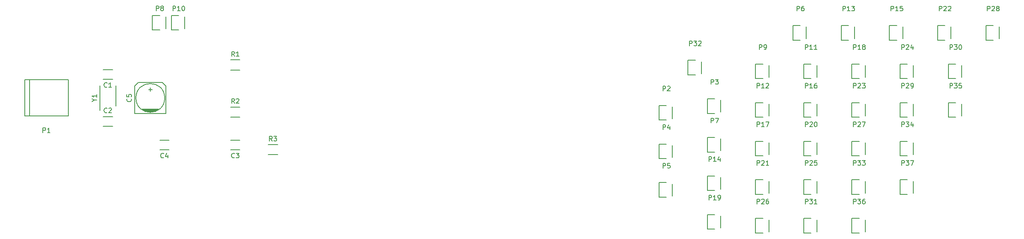
<source format=gbr>
G04 #@! TF.FileFunction,Legend,Top*
%FSLAX46Y46*%
G04 Gerber Fmt 4.6, Leading zero omitted, Abs format (unit mm)*
G04 Created by KiCad (PCBNEW 4.0.2+dfsg1-2~bpo8+1-stable) date jue 22 dic 2016 23:09:18 COT*
%MOMM*%
G01*
G04 APERTURE LIST*
%ADD10C,0.100000*%
%ADD11C,0.150000*%
G04 APERTURE END LIST*
D10*
D11*
X81000000Y-56025000D02*
X83000000Y-56025000D01*
X83000000Y-53975000D02*
X81000000Y-53975000D01*
X83000000Y-63975000D02*
X81000000Y-63975000D01*
X81000000Y-66025000D02*
X83000000Y-66025000D01*
X108000000Y-71025000D02*
X110000000Y-71025000D01*
X110000000Y-68975000D02*
X108000000Y-68975000D01*
X93000000Y-71025000D02*
X95000000Y-71025000D01*
X95000000Y-68975000D02*
X93000000Y-68975000D01*
X90238000Y-62921000D02*
X91762000Y-62921000D01*
X92143000Y-62794000D02*
X89857000Y-62794000D01*
X89603000Y-62667000D02*
X92397000Y-62667000D01*
X92651000Y-62540000D02*
X89349000Y-62540000D01*
X89222000Y-62413000D02*
X92778000Y-62413000D01*
X87698000Y-63302000D02*
X94302000Y-63302000D01*
X94302000Y-63302000D02*
X94302000Y-57460000D01*
X94302000Y-57460000D02*
X93540000Y-56698000D01*
X93540000Y-56698000D02*
X88460000Y-56698000D01*
X88460000Y-56698000D02*
X87698000Y-57460000D01*
X87698000Y-57460000D02*
X87698000Y-63302000D01*
X91000000Y-57841000D02*
X91000000Y-58603000D01*
X90619000Y-58222000D02*
X91381000Y-58222000D01*
X94048000Y-60000000D02*
G75*
G03X94048000Y-60000000I-3048000J0D01*
G01*
X65400820Y-56149360D02*
X65400820Y-63850640D01*
X64400060Y-56149360D02*
X64400060Y-63850640D01*
X64400060Y-63850640D02*
X73599940Y-63850640D01*
X73599940Y-63850640D02*
X73599940Y-56149360D01*
X73599940Y-56149360D02*
X64400060Y-56149360D01*
X201603334Y-64419999D02*
X201603334Y-61879999D01*
X198783334Y-61599999D02*
X200333334Y-61599999D01*
X198783334Y-61599999D02*
X198783334Y-64699999D01*
X198783334Y-64699999D02*
X200333334Y-64699999D01*
X211813334Y-63009999D02*
X211813334Y-60469999D01*
X208993334Y-60189999D02*
X210543334Y-60189999D01*
X208993334Y-60189999D02*
X208993334Y-63289999D01*
X208993334Y-63289999D02*
X210543334Y-63289999D01*
X201603334Y-72619999D02*
X201603334Y-70079999D01*
X198783334Y-69799999D02*
X200333334Y-69799999D01*
X198783334Y-69799999D02*
X198783334Y-72899999D01*
X198783334Y-72899999D02*
X200333334Y-72899999D01*
X201603334Y-80819999D02*
X201603334Y-78279999D01*
X198783334Y-77999999D02*
X200333334Y-77999999D01*
X198783334Y-77999999D02*
X198783334Y-81099999D01*
X198783334Y-81099999D02*
X200333334Y-81099999D01*
X229973334Y-47419999D02*
X229973334Y-44879999D01*
X227153334Y-44599999D02*
X228703334Y-44599999D01*
X227153334Y-44599999D02*
X227153334Y-47699999D01*
X227153334Y-47699999D02*
X228703334Y-47699999D01*
X211813334Y-71209999D02*
X211813334Y-68669999D01*
X208993334Y-68389999D02*
X210543334Y-68389999D01*
X208993334Y-68389999D02*
X208993334Y-71489999D01*
X208993334Y-71489999D02*
X210543334Y-71489999D01*
X94270000Y-45270000D02*
X94270000Y-42730000D01*
X91450000Y-42450000D02*
X93000000Y-42450000D01*
X91450000Y-42450000D02*
X91450000Y-45550000D01*
X91450000Y-45550000D02*
X93000000Y-45550000D01*
X222023334Y-55619999D02*
X222023334Y-53079999D01*
X219203334Y-52799999D02*
X220753334Y-52799999D01*
X219203334Y-52799999D02*
X219203334Y-55899999D01*
X219203334Y-55899999D02*
X220753334Y-55899999D01*
X98270000Y-45270000D02*
X98270000Y-42730000D01*
X95450000Y-42450000D02*
X97000000Y-42450000D01*
X95450000Y-42450000D02*
X95450000Y-45550000D01*
X95450000Y-45550000D02*
X97000000Y-45550000D01*
X232233334Y-55619999D02*
X232233334Y-53079999D01*
X229413334Y-52799999D02*
X230963334Y-52799999D01*
X229413334Y-52799999D02*
X229413334Y-55899999D01*
X229413334Y-55899999D02*
X230963334Y-55899999D01*
X222023334Y-63819999D02*
X222023334Y-61279999D01*
X219203334Y-60999999D02*
X220753334Y-60999999D01*
X219203334Y-60999999D02*
X219203334Y-64099999D01*
X219203334Y-64099999D02*
X220753334Y-64099999D01*
X240183334Y-47419999D02*
X240183334Y-44879999D01*
X237363334Y-44599999D02*
X238913334Y-44599999D01*
X237363334Y-44599999D02*
X237363334Y-47699999D01*
X237363334Y-47699999D02*
X238913334Y-47699999D01*
X211813334Y-79409999D02*
X211813334Y-76869999D01*
X208993334Y-76589999D02*
X210543334Y-76589999D01*
X208993334Y-76589999D02*
X208993334Y-79689999D01*
X208993334Y-79689999D02*
X210543334Y-79689999D01*
X250393334Y-47419999D02*
X250393334Y-44879999D01*
X247573334Y-44599999D02*
X249123334Y-44599999D01*
X247573334Y-44599999D02*
X247573334Y-47699999D01*
X247573334Y-47699999D02*
X249123334Y-47699999D01*
X232233334Y-63819999D02*
X232233334Y-61279999D01*
X229413334Y-60999999D02*
X230963334Y-60999999D01*
X229413334Y-60999999D02*
X229413334Y-64099999D01*
X229413334Y-64099999D02*
X230963334Y-64099999D01*
X222023334Y-72019999D02*
X222023334Y-69479999D01*
X219203334Y-69199999D02*
X220753334Y-69199999D01*
X219203334Y-69199999D02*
X219203334Y-72299999D01*
X219203334Y-72299999D02*
X220753334Y-72299999D01*
X242443334Y-55619999D02*
X242443334Y-53079999D01*
X239623334Y-52799999D02*
X241173334Y-52799999D01*
X239623334Y-52799999D02*
X239623334Y-55899999D01*
X239623334Y-55899999D02*
X241173334Y-55899999D01*
X211813334Y-87609999D02*
X211813334Y-85069999D01*
X208993334Y-84789999D02*
X210543334Y-84789999D01*
X208993334Y-84789999D02*
X208993334Y-87889999D01*
X208993334Y-87889999D02*
X210543334Y-87889999D01*
X232233334Y-72019999D02*
X232233334Y-69479999D01*
X229413334Y-69199999D02*
X230963334Y-69199999D01*
X229413334Y-69199999D02*
X229413334Y-72299999D01*
X229413334Y-72299999D02*
X230963334Y-72299999D01*
X222023334Y-80219999D02*
X222023334Y-77679999D01*
X219203334Y-77399999D02*
X220753334Y-77399999D01*
X219203334Y-77399999D02*
X219203334Y-80499999D01*
X219203334Y-80499999D02*
X220753334Y-80499999D01*
X260603334Y-47419999D02*
X260603334Y-44879999D01*
X257783334Y-44599999D02*
X259333334Y-44599999D01*
X257783334Y-44599999D02*
X257783334Y-47699999D01*
X257783334Y-47699999D02*
X259333334Y-47699999D01*
X242443334Y-63819999D02*
X242443334Y-61279999D01*
X239623334Y-60999999D02*
X241173334Y-60999999D01*
X239623334Y-60999999D02*
X239623334Y-64099999D01*
X239623334Y-64099999D02*
X241173334Y-64099999D01*
X252653334Y-55619999D02*
X252653334Y-53079999D01*
X249833334Y-52799999D02*
X251383334Y-52799999D01*
X249833334Y-52799999D02*
X249833334Y-55899999D01*
X249833334Y-55899999D02*
X251383334Y-55899999D01*
X232233334Y-80219999D02*
X232233334Y-77679999D01*
X229413334Y-77399999D02*
X230963334Y-77399999D01*
X229413334Y-77399999D02*
X229413334Y-80499999D01*
X229413334Y-80499999D02*
X230963334Y-80499999D01*
X222023334Y-88419999D02*
X222023334Y-85879999D01*
X219203334Y-85599999D02*
X220753334Y-85599999D01*
X219203334Y-85599999D02*
X219203334Y-88699999D01*
X219203334Y-88699999D02*
X220753334Y-88699999D01*
X242443334Y-72019999D02*
X242443334Y-69479999D01*
X239623334Y-69199999D02*
X241173334Y-69199999D01*
X239623334Y-69199999D02*
X239623334Y-72299999D01*
X239623334Y-72299999D02*
X241173334Y-72299999D01*
X270813334Y-47419999D02*
X270813334Y-44879999D01*
X267993334Y-44599999D02*
X269543334Y-44599999D01*
X267993334Y-44599999D02*
X267993334Y-47699999D01*
X267993334Y-47699999D02*
X269543334Y-47699999D01*
X252653334Y-63819999D02*
X252653334Y-61279999D01*
X249833334Y-60999999D02*
X251383334Y-60999999D01*
X249833334Y-60999999D02*
X249833334Y-64099999D01*
X249833334Y-64099999D02*
X251383334Y-64099999D01*
X262863334Y-55619999D02*
X262863334Y-53079999D01*
X260043334Y-52799999D02*
X261593334Y-52799999D01*
X260043334Y-52799999D02*
X260043334Y-55899999D01*
X260043334Y-55899999D02*
X261593334Y-55899999D01*
X232233334Y-88419999D02*
X232233334Y-85879999D01*
X229413334Y-85599999D02*
X230963334Y-85599999D01*
X229413334Y-85599999D02*
X229413334Y-88699999D01*
X229413334Y-88699999D02*
X230963334Y-88699999D01*
X207713334Y-54809999D02*
X207713334Y-52269999D01*
X204893334Y-51989999D02*
X206443334Y-51989999D01*
X204893334Y-51989999D02*
X204893334Y-55089999D01*
X204893334Y-55089999D02*
X206443334Y-55089999D01*
X242443334Y-80219999D02*
X242443334Y-77679999D01*
X239623334Y-77399999D02*
X241173334Y-77399999D01*
X239623334Y-77399999D02*
X239623334Y-80499999D01*
X239623334Y-80499999D02*
X241173334Y-80499999D01*
X252653334Y-72019999D02*
X252653334Y-69479999D01*
X249833334Y-69199999D02*
X251383334Y-69199999D01*
X249833334Y-69199999D02*
X249833334Y-72299999D01*
X249833334Y-72299999D02*
X251383334Y-72299999D01*
X262863334Y-63819999D02*
X262863334Y-61279999D01*
X260043334Y-60999999D02*
X261593334Y-60999999D01*
X260043334Y-60999999D02*
X260043334Y-64099999D01*
X260043334Y-64099999D02*
X261593334Y-64099999D01*
X242443334Y-88419999D02*
X242443334Y-85879999D01*
X239623334Y-85599999D02*
X241173334Y-85599999D01*
X239623334Y-85599999D02*
X239623334Y-88699999D01*
X239623334Y-88699999D02*
X241173334Y-88699999D01*
X252653334Y-80219999D02*
X252653334Y-77679999D01*
X249833334Y-77399999D02*
X251383334Y-77399999D01*
X249833334Y-77399999D02*
X249833334Y-80499999D01*
X249833334Y-80499999D02*
X251383334Y-80499999D01*
X110000000Y-54075000D02*
X108000000Y-54075000D01*
X108000000Y-51925000D02*
X110000000Y-51925000D01*
X110000000Y-64075000D02*
X108000000Y-64075000D01*
X108000000Y-61925000D02*
X110000000Y-61925000D01*
X118000000Y-72075000D02*
X116000000Y-72075000D01*
X116000000Y-69925000D02*
X118000000Y-69925000D01*
X83700000Y-57400000D02*
X83700000Y-61700000D01*
X80300000Y-62650000D02*
X80300000Y-57400000D01*
X81833334Y-57657143D02*
X81785715Y-57704762D01*
X81642858Y-57752381D01*
X81547620Y-57752381D01*
X81404762Y-57704762D01*
X81309524Y-57609524D01*
X81261905Y-57514286D01*
X81214286Y-57323810D01*
X81214286Y-57180952D01*
X81261905Y-56990476D01*
X81309524Y-56895238D01*
X81404762Y-56800000D01*
X81547620Y-56752381D01*
X81642858Y-56752381D01*
X81785715Y-56800000D01*
X81833334Y-56847619D01*
X82785715Y-57752381D02*
X82214286Y-57752381D01*
X82500000Y-57752381D02*
X82500000Y-56752381D01*
X82404762Y-56895238D01*
X82309524Y-56990476D01*
X82214286Y-57038095D01*
X81833334Y-63057143D02*
X81785715Y-63104762D01*
X81642858Y-63152381D01*
X81547620Y-63152381D01*
X81404762Y-63104762D01*
X81309524Y-63009524D01*
X81261905Y-62914286D01*
X81214286Y-62723810D01*
X81214286Y-62580952D01*
X81261905Y-62390476D01*
X81309524Y-62295238D01*
X81404762Y-62200000D01*
X81547620Y-62152381D01*
X81642858Y-62152381D01*
X81785715Y-62200000D01*
X81833334Y-62247619D01*
X82214286Y-62247619D02*
X82261905Y-62200000D01*
X82357143Y-62152381D01*
X82595239Y-62152381D01*
X82690477Y-62200000D01*
X82738096Y-62247619D01*
X82785715Y-62342857D01*
X82785715Y-62438095D01*
X82738096Y-62580952D01*
X82166667Y-63152381D01*
X82785715Y-63152381D01*
X108833334Y-72657143D02*
X108785715Y-72704762D01*
X108642858Y-72752381D01*
X108547620Y-72752381D01*
X108404762Y-72704762D01*
X108309524Y-72609524D01*
X108261905Y-72514286D01*
X108214286Y-72323810D01*
X108214286Y-72180952D01*
X108261905Y-71990476D01*
X108309524Y-71895238D01*
X108404762Y-71800000D01*
X108547620Y-71752381D01*
X108642858Y-71752381D01*
X108785715Y-71800000D01*
X108833334Y-71847619D01*
X109166667Y-71752381D02*
X109785715Y-71752381D01*
X109452381Y-72133333D01*
X109595239Y-72133333D01*
X109690477Y-72180952D01*
X109738096Y-72228571D01*
X109785715Y-72323810D01*
X109785715Y-72561905D01*
X109738096Y-72657143D01*
X109690477Y-72704762D01*
X109595239Y-72752381D01*
X109309524Y-72752381D01*
X109214286Y-72704762D01*
X109166667Y-72657143D01*
X93833334Y-72657143D02*
X93785715Y-72704762D01*
X93642858Y-72752381D01*
X93547620Y-72752381D01*
X93404762Y-72704762D01*
X93309524Y-72609524D01*
X93261905Y-72514286D01*
X93214286Y-72323810D01*
X93214286Y-72180952D01*
X93261905Y-71990476D01*
X93309524Y-71895238D01*
X93404762Y-71800000D01*
X93547620Y-71752381D01*
X93642858Y-71752381D01*
X93785715Y-71800000D01*
X93833334Y-71847619D01*
X94690477Y-72085714D02*
X94690477Y-72752381D01*
X94452381Y-71704762D02*
X94214286Y-72419048D01*
X94833334Y-72419048D01*
X86912143Y-60166666D02*
X86959762Y-60214285D01*
X87007381Y-60357142D01*
X87007381Y-60452380D01*
X86959762Y-60595238D01*
X86864524Y-60690476D01*
X86769286Y-60738095D01*
X86578810Y-60785714D01*
X86435952Y-60785714D01*
X86245476Y-60738095D01*
X86150238Y-60690476D01*
X86055000Y-60595238D01*
X86007381Y-60452380D01*
X86007381Y-60357142D01*
X86055000Y-60214285D01*
X86102619Y-60166666D01*
X86007381Y-59261904D02*
X86007381Y-59738095D01*
X86483571Y-59785714D01*
X86435952Y-59738095D01*
X86388333Y-59642857D01*
X86388333Y-59404761D01*
X86435952Y-59309523D01*
X86483571Y-59261904D01*
X86578810Y-59214285D01*
X86816905Y-59214285D01*
X86912143Y-59261904D01*
X86959762Y-59309523D01*
X87007381Y-59404761D01*
X87007381Y-59642857D01*
X86959762Y-59738095D01*
X86912143Y-59785714D01*
X68261905Y-67353561D02*
X68261905Y-66353561D01*
X68642858Y-66353561D01*
X68738096Y-66401180D01*
X68785715Y-66448799D01*
X68833334Y-66544037D01*
X68833334Y-66686894D01*
X68785715Y-66782132D01*
X68738096Y-66829751D01*
X68642858Y-66877370D01*
X68261905Y-66877370D01*
X69785715Y-67353561D02*
X69214286Y-67353561D01*
X69500000Y-67353561D02*
X69500000Y-66353561D01*
X69404762Y-66496418D01*
X69309524Y-66591656D01*
X69214286Y-66639275D01*
X199595239Y-58502380D02*
X199595239Y-57502380D01*
X199976192Y-57502380D01*
X200071430Y-57549999D01*
X200119049Y-57597618D01*
X200166668Y-57692856D01*
X200166668Y-57835713D01*
X200119049Y-57930951D01*
X200071430Y-57978570D01*
X199976192Y-58026189D01*
X199595239Y-58026189D01*
X200547620Y-57597618D02*
X200595239Y-57549999D01*
X200690477Y-57502380D01*
X200928573Y-57502380D01*
X201023811Y-57549999D01*
X201071430Y-57597618D01*
X201119049Y-57692856D01*
X201119049Y-57788094D01*
X201071430Y-57930951D01*
X200500001Y-58502380D01*
X201119049Y-58502380D01*
X209805239Y-57092380D02*
X209805239Y-56092380D01*
X210186192Y-56092380D01*
X210281430Y-56139999D01*
X210329049Y-56187618D01*
X210376668Y-56282856D01*
X210376668Y-56425713D01*
X210329049Y-56520951D01*
X210281430Y-56568570D01*
X210186192Y-56616189D01*
X209805239Y-56616189D01*
X210710001Y-56092380D02*
X211329049Y-56092380D01*
X210995715Y-56473332D01*
X211138573Y-56473332D01*
X211233811Y-56520951D01*
X211281430Y-56568570D01*
X211329049Y-56663809D01*
X211329049Y-56901904D01*
X211281430Y-56997142D01*
X211233811Y-57044761D01*
X211138573Y-57092380D01*
X210852858Y-57092380D01*
X210757620Y-57044761D01*
X210710001Y-56997142D01*
X199595239Y-66702380D02*
X199595239Y-65702380D01*
X199976192Y-65702380D01*
X200071430Y-65749999D01*
X200119049Y-65797618D01*
X200166668Y-65892856D01*
X200166668Y-66035713D01*
X200119049Y-66130951D01*
X200071430Y-66178570D01*
X199976192Y-66226189D01*
X199595239Y-66226189D01*
X201023811Y-66035713D02*
X201023811Y-66702380D01*
X200785715Y-65654761D02*
X200547620Y-66369047D01*
X201166668Y-66369047D01*
X199595239Y-74902380D02*
X199595239Y-73902380D01*
X199976192Y-73902380D01*
X200071430Y-73949999D01*
X200119049Y-73997618D01*
X200166668Y-74092856D01*
X200166668Y-74235713D01*
X200119049Y-74330951D01*
X200071430Y-74378570D01*
X199976192Y-74426189D01*
X199595239Y-74426189D01*
X201071430Y-73902380D02*
X200595239Y-73902380D01*
X200547620Y-74378570D01*
X200595239Y-74330951D01*
X200690477Y-74283332D01*
X200928573Y-74283332D01*
X201023811Y-74330951D01*
X201071430Y-74378570D01*
X201119049Y-74473809D01*
X201119049Y-74711904D01*
X201071430Y-74807142D01*
X201023811Y-74854761D01*
X200928573Y-74902380D01*
X200690477Y-74902380D01*
X200595239Y-74854761D01*
X200547620Y-74807142D01*
X227965239Y-41502380D02*
X227965239Y-40502380D01*
X228346192Y-40502380D01*
X228441430Y-40549999D01*
X228489049Y-40597618D01*
X228536668Y-40692856D01*
X228536668Y-40835713D01*
X228489049Y-40930951D01*
X228441430Y-40978570D01*
X228346192Y-41026189D01*
X227965239Y-41026189D01*
X229393811Y-40502380D02*
X229203334Y-40502380D01*
X229108096Y-40549999D01*
X229060477Y-40597618D01*
X228965239Y-40740475D01*
X228917620Y-40930951D01*
X228917620Y-41311904D01*
X228965239Y-41407142D01*
X229012858Y-41454761D01*
X229108096Y-41502380D01*
X229298573Y-41502380D01*
X229393811Y-41454761D01*
X229441430Y-41407142D01*
X229489049Y-41311904D01*
X229489049Y-41073809D01*
X229441430Y-40978570D01*
X229393811Y-40930951D01*
X229298573Y-40883332D01*
X229108096Y-40883332D01*
X229012858Y-40930951D01*
X228965239Y-40978570D01*
X228917620Y-41073809D01*
X209805239Y-65292380D02*
X209805239Y-64292380D01*
X210186192Y-64292380D01*
X210281430Y-64339999D01*
X210329049Y-64387618D01*
X210376668Y-64482856D01*
X210376668Y-64625713D01*
X210329049Y-64720951D01*
X210281430Y-64768570D01*
X210186192Y-64816189D01*
X209805239Y-64816189D01*
X210710001Y-64292380D02*
X211376668Y-64292380D01*
X210948096Y-65292380D01*
X92261905Y-41452381D02*
X92261905Y-40452381D01*
X92642858Y-40452381D01*
X92738096Y-40500000D01*
X92785715Y-40547619D01*
X92833334Y-40642857D01*
X92833334Y-40785714D01*
X92785715Y-40880952D01*
X92738096Y-40928571D01*
X92642858Y-40976190D01*
X92261905Y-40976190D01*
X93404762Y-40880952D02*
X93309524Y-40833333D01*
X93261905Y-40785714D01*
X93214286Y-40690476D01*
X93214286Y-40642857D01*
X93261905Y-40547619D01*
X93309524Y-40500000D01*
X93404762Y-40452381D01*
X93595239Y-40452381D01*
X93690477Y-40500000D01*
X93738096Y-40547619D01*
X93785715Y-40642857D01*
X93785715Y-40690476D01*
X93738096Y-40785714D01*
X93690477Y-40833333D01*
X93595239Y-40880952D01*
X93404762Y-40880952D01*
X93309524Y-40928571D01*
X93261905Y-40976190D01*
X93214286Y-41071429D01*
X93214286Y-41261905D01*
X93261905Y-41357143D01*
X93309524Y-41404762D01*
X93404762Y-41452381D01*
X93595239Y-41452381D01*
X93690477Y-41404762D01*
X93738096Y-41357143D01*
X93785715Y-41261905D01*
X93785715Y-41071429D01*
X93738096Y-40976190D01*
X93690477Y-40928571D01*
X93595239Y-40880952D01*
X220015239Y-49702380D02*
X220015239Y-48702380D01*
X220396192Y-48702380D01*
X220491430Y-48749999D01*
X220539049Y-48797618D01*
X220586668Y-48892856D01*
X220586668Y-49035713D01*
X220539049Y-49130951D01*
X220491430Y-49178570D01*
X220396192Y-49226189D01*
X220015239Y-49226189D01*
X221062858Y-49702380D02*
X221253334Y-49702380D01*
X221348573Y-49654761D01*
X221396192Y-49607142D01*
X221491430Y-49464285D01*
X221539049Y-49273809D01*
X221539049Y-48892856D01*
X221491430Y-48797618D01*
X221443811Y-48749999D01*
X221348573Y-48702380D01*
X221158096Y-48702380D01*
X221062858Y-48749999D01*
X221015239Y-48797618D01*
X220967620Y-48892856D01*
X220967620Y-49130951D01*
X221015239Y-49226189D01*
X221062858Y-49273809D01*
X221158096Y-49321428D01*
X221348573Y-49321428D01*
X221443811Y-49273809D01*
X221491430Y-49226189D01*
X221539049Y-49130951D01*
X95785714Y-41452381D02*
X95785714Y-40452381D01*
X96166667Y-40452381D01*
X96261905Y-40500000D01*
X96309524Y-40547619D01*
X96357143Y-40642857D01*
X96357143Y-40785714D01*
X96309524Y-40880952D01*
X96261905Y-40928571D01*
X96166667Y-40976190D01*
X95785714Y-40976190D01*
X97309524Y-41452381D02*
X96738095Y-41452381D01*
X97023809Y-41452381D02*
X97023809Y-40452381D01*
X96928571Y-40595238D01*
X96833333Y-40690476D01*
X96738095Y-40738095D01*
X97928571Y-40452381D02*
X98023810Y-40452381D01*
X98119048Y-40500000D01*
X98166667Y-40547619D01*
X98214286Y-40642857D01*
X98261905Y-40833333D01*
X98261905Y-41071429D01*
X98214286Y-41261905D01*
X98166667Y-41357143D01*
X98119048Y-41404762D01*
X98023810Y-41452381D01*
X97928571Y-41452381D01*
X97833333Y-41404762D01*
X97785714Y-41357143D01*
X97738095Y-41261905D01*
X97690476Y-41071429D01*
X97690476Y-40833333D01*
X97738095Y-40642857D01*
X97785714Y-40547619D01*
X97833333Y-40500000D01*
X97928571Y-40452381D01*
X229749048Y-49702380D02*
X229749048Y-48702380D01*
X230130001Y-48702380D01*
X230225239Y-48749999D01*
X230272858Y-48797618D01*
X230320477Y-48892856D01*
X230320477Y-49035713D01*
X230272858Y-49130951D01*
X230225239Y-49178570D01*
X230130001Y-49226189D01*
X229749048Y-49226189D01*
X231272858Y-49702380D02*
X230701429Y-49702380D01*
X230987143Y-49702380D02*
X230987143Y-48702380D01*
X230891905Y-48845237D01*
X230796667Y-48940475D01*
X230701429Y-48988094D01*
X232225239Y-49702380D02*
X231653810Y-49702380D01*
X231939524Y-49702380D02*
X231939524Y-48702380D01*
X231844286Y-48845237D01*
X231749048Y-48940475D01*
X231653810Y-48988094D01*
X219539048Y-57902380D02*
X219539048Y-56902380D01*
X219920001Y-56902380D01*
X220015239Y-56949999D01*
X220062858Y-56997618D01*
X220110477Y-57092856D01*
X220110477Y-57235713D01*
X220062858Y-57330951D01*
X220015239Y-57378570D01*
X219920001Y-57426189D01*
X219539048Y-57426189D01*
X221062858Y-57902380D02*
X220491429Y-57902380D01*
X220777143Y-57902380D02*
X220777143Y-56902380D01*
X220681905Y-57045237D01*
X220586667Y-57140475D01*
X220491429Y-57188094D01*
X221443810Y-56997618D02*
X221491429Y-56949999D01*
X221586667Y-56902380D01*
X221824763Y-56902380D01*
X221920001Y-56949999D01*
X221967620Y-56997618D01*
X222015239Y-57092856D01*
X222015239Y-57188094D01*
X221967620Y-57330951D01*
X221396191Y-57902380D01*
X222015239Y-57902380D01*
X237699048Y-41502380D02*
X237699048Y-40502380D01*
X238080001Y-40502380D01*
X238175239Y-40549999D01*
X238222858Y-40597618D01*
X238270477Y-40692856D01*
X238270477Y-40835713D01*
X238222858Y-40930951D01*
X238175239Y-40978570D01*
X238080001Y-41026189D01*
X237699048Y-41026189D01*
X239222858Y-41502380D02*
X238651429Y-41502380D01*
X238937143Y-41502380D02*
X238937143Y-40502380D01*
X238841905Y-40645237D01*
X238746667Y-40740475D01*
X238651429Y-40788094D01*
X239556191Y-40502380D02*
X240175239Y-40502380D01*
X239841905Y-40883332D01*
X239984763Y-40883332D01*
X240080001Y-40930951D01*
X240127620Y-40978570D01*
X240175239Y-41073809D01*
X240175239Y-41311904D01*
X240127620Y-41407142D01*
X240080001Y-41454761D01*
X239984763Y-41502380D01*
X239699048Y-41502380D01*
X239603810Y-41454761D01*
X239556191Y-41407142D01*
X209329048Y-73492380D02*
X209329048Y-72492380D01*
X209710001Y-72492380D01*
X209805239Y-72539999D01*
X209852858Y-72587618D01*
X209900477Y-72682856D01*
X209900477Y-72825713D01*
X209852858Y-72920951D01*
X209805239Y-72968570D01*
X209710001Y-73016189D01*
X209329048Y-73016189D01*
X210852858Y-73492380D02*
X210281429Y-73492380D01*
X210567143Y-73492380D02*
X210567143Y-72492380D01*
X210471905Y-72635237D01*
X210376667Y-72730475D01*
X210281429Y-72778094D01*
X211710001Y-72825713D02*
X211710001Y-73492380D01*
X211471905Y-72444761D02*
X211233810Y-73159047D01*
X211852858Y-73159047D01*
X247909048Y-41502380D02*
X247909048Y-40502380D01*
X248290001Y-40502380D01*
X248385239Y-40549999D01*
X248432858Y-40597618D01*
X248480477Y-40692856D01*
X248480477Y-40835713D01*
X248432858Y-40930951D01*
X248385239Y-40978570D01*
X248290001Y-41026189D01*
X247909048Y-41026189D01*
X249432858Y-41502380D02*
X248861429Y-41502380D01*
X249147143Y-41502380D02*
X249147143Y-40502380D01*
X249051905Y-40645237D01*
X248956667Y-40740475D01*
X248861429Y-40788094D01*
X250337620Y-40502380D02*
X249861429Y-40502380D01*
X249813810Y-40978570D01*
X249861429Y-40930951D01*
X249956667Y-40883332D01*
X250194763Y-40883332D01*
X250290001Y-40930951D01*
X250337620Y-40978570D01*
X250385239Y-41073809D01*
X250385239Y-41311904D01*
X250337620Y-41407142D01*
X250290001Y-41454761D01*
X250194763Y-41502380D01*
X249956667Y-41502380D01*
X249861429Y-41454761D01*
X249813810Y-41407142D01*
X229749048Y-57902380D02*
X229749048Y-56902380D01*
X230130001Y-56902380D01*
X230225239Y-56949999D01*
X230272858Y-56997618D01*
X230320477Y-57092856D01*
X230320477Y-57235713D01*
X230272858Y-57330951D01*
X230225239Y-57378570D01*
X230130001Y-57426189D01*
X229749048Y-57426189D01*
X231272858Y-57902380D02*
X230701429Y-57902380D01*
X230987143Y-57902380D02*
X230987143Y-56902380D01*
X230891905Y-57045237D01*
X230796667Y-57140475D01*
X230701429Y-57188094D01*
X232130001Y-56902380D02*
X231939524Y-56902380D01*
X231844286Y-56949999D01*
X231796667Y-56997618D01*
X231701429Y-57140475D01*
X231653810Y-57330951D01*
X231653810Y-57711904D01*
X231701429Y-57807142D01*
X231749048Y-57854761D01*
X231844286Y-57902380D01*
X232034763Y-57902380D01*
X232130001Y-57854761D01*
X232177620Y-57807142D01*
X232225239Y-57711904D01*
X232225239Y-57473809D01*
X232177620Y-57378570D01*
X232130001Y-57330951D01*
X232034763Y-57283332D01*
X231844286Y-57283332D01*
X231749048Y-57330951D01*
X231701429Y-57378570D01*
X231653810Y-57473809D01*
X219539048Y-66102380D02*
X219539048Y-65102380D01*
X219920001Y-65102380D01*
X220015239Y-65149999D01*
X220062858Y-65197618D01*
X220110477Y-65292856D01*
X220110477Y-65435713D01*
X220062858Y-65530951D01*
X220015239Y-65578570D01*
X219920001Y-65626189D01*
X219539048Y-65626189D01*
X221062858Y-66102380D02*
X220491429Y-66102380D01*
X220777143Y-66102380D02*
X220777143Y-65102380D01*
X220681905Y-65245237D01*
X220586667Y-65340475D01*
X220491429Y-65388094D01*
X221396191Y-65102380D02*
X222062858Y-65102380D01*
X221634286Y-66102380D01*
X239959048Y-49702380D02*
X239959048Y-48702380D01*
X240340001Y-48702380D01*
X240435239Y-48749999D01*
X240482858Y-48797618D01*
X240530477Y-48892856D01*
X240530477Y-49035713D01*
X240482858Y-49130951D01*
X240435239Y-49178570D01*
X240340001Y-49226189D01*
X239959048Y-49226189D01*
X241482858Y-49702380D02*
X240911429Y-49702380D01*
X241197143Y-49702380D02*
X241197143Y-48702380D01*
X241101905Y-48845237D01*
X241006667Y-48940475D01*
X240911429Y-48988094D01*
X242054286Y-49130951D02*
X241959048Y-49083332D01*
X241911429Y-49035713D01*
X241863810Y-48940475D01*
X241863810Y-48892856D01*
X241911429Y-48797618D01*
X241959048Y-48749999D01*
X242054286Y-48702380D01*
X242244763Y-48702380D01*
X242340001Y-48749999D01*
X242387620Y-48797618D01*
X242435239Y-48892856D01*
X242435239Y-48940475D01*
X242387620Y-49035713D01*
X242340001Y-49083332D01*
X242244763Y-49130951D01*
X242054286Y-49130951D01*
X241959048Y-49178570D01*
X241911429Y-49226189D01*
X241863810Y-49321428D01*
X241863810Y-49511904D01*
X241911429Y-49607142D01*
X241959048Y-49654761D01*
X242054286Y-49702380D01*
X242244763Y-49702380D01*
X242340001Y-49654761D01*
X242387620Y-49607142D01*
X242435239Y-49511904D01*
X242435239Y-49321428D01*
X242387620Y-49226189D01*
X242340001Y-49178570D01*
X242244763Y-49130951D01*
X209329048Y-81692380D02*
X209329048Y-80692380D01*
X209710001Y-80692380D01*
X209805239Y-80739999D01*
X209852858Y-80787618D01*
X209900477Y-80882856D01*
X209900477Y-81025713D01*
X209852858Y-81120951D01*
X209805239Y-81168570D01*
X209710001Y-81216189D01*
X209329048Y-81216189D01*
X210852858Y-81692380D02*
X210281429Y-81692380D01*
X210567143Y-81692380D02*
X210567143Y-80692380D01*
X210471905Y-80835237D01*
X210376667Y-80930475D01*
X210281429Y-80978094D01*
X211329048Y-81692380D02*
X211519524Y-81692380D01*
X211614763Y-81644761D01*
X211662382Y-81597142D01*
X211757620Y-81454285D01*
X211805239Y-81263809D01*
X211805239Y-80882856D01*
X211757620Y-80787618D01*
X211710001Y-80739999D01*
X211614763Y-80692380D01*
X211424286Y-80692380D01*
X211329048Y-80739999D01*
X211281429Y-80787618D01*
X211233810Y-80882856D01*
X211233810Y-81120951D01*
X211281429Y-81216189D01*
X211329048Y-81263809D01*
X211424286Y-81311428D01*
X211614763Y-81311428D01*
X211710001Y-81263809D01*
X211757620Y-81216189D01*
X211805239Y-81120951D01*
X229749048Y-66102380D02*
X229749048Y-65102380D01*
X230130001Y-65102380D01*
X230225239Y-65149999D01*
X230272858Y-65197618D01*
X230320477Y-65292856D01*
X230320477Y-65435713D01*
X230272858Y-65530951D01*
X230225239Y-65578570D01*
X230130001Y-65626189D01*
X229749048Y-65626189D01*
X230701429Y-65197618D02*
X230749048Y-65149999D01*
X230844286Y-65102380D01*
X231082382Y-65102380D01*
X231177620Y-65149999D01*
X231225239Y-65197618D01*
X231272858Y-65292856D01*
X231272858Y-65388094D01*
X231225239Y-65530951D01*
X230653810Y-66102380D01*
X231272858Y-66102380D01*
X231891905Y-65102380D02*
X231987144Y-65102380D01*
X232082382Y-65149999D01*
X232130001Y-65197618D01*
X232177620Y-65292856D01*
X232225239Y-65483332D01*
X232225239Y-65721428D01*
X232177620Y-65911904D01*
X232130001Y-66007142D01*
X232082382Y-66054761D01*
X231987144Y-66102380D01*
X231891905Y-66102380D01*
X231796667Y-66054761D01*
X231749048Y-66007142D01*
X231701429Y-65911904D01*
X231653810Y-65721428D01*
X231653810Y-65483332D01*
X231701429Y-65292856D01*
X231749048Y-65197618D01*
X231796667Y-65149999D01*
X231891905Y-65102380D01*
X219539048Y-74302380D02*
X219539048Y-73302380D01*
X219920001Y-73302380D01*
X220015239Y-73349999D01*
X220062858Y-73397618D01*
X220110477Y-73492856D01*
X220110477Y-73635713D01*
X220062858Y-73730951D01*
X220015239Y-73778570D01*
X219920001Y-73826189D01*
X219539048Y-73826189D01*
X220491429Y-73397618D02*
X220539048Y-73349999D01*
X220634286Y-73302380D01*
X220872382Y-73302380D01*
X220967620Y-73349999D01*
X221015239Y-73397618D01*
X221062858Y-73492856D01*
X221062858Y-73588094D01*
X221015239Y-73730951D01*
X220443810Y-74302380D01*
X221062858Y-74302380D01*
X222015239Y-74302380D02*
X221443810Y-74302380D01*
X221729524Y-74302380D02*
X221729524Y-73302380D01*
X221634286Y-73445237D01*
X221539048Y-73540475D01*
X221443810Y-73588094D01*
X258119048Y-41502380D02*
X258119048Y-40502380D01*
X258500001Y-40502380D01*
X258595239Y-40549999D01*
X258642858Y-40597618D01*
X258690477Y-40692856D01*
X258690477Y-40835713D01*
X258642858Y-40930951D01*
X258595239Y-40978570D01*
X258500001Y-41026189D01*
X258119048Y-41026189D01*
X259071429Y-40597618D02*
X259119048Y-40549999D01*
X259214286Y-40502380D01*
X259452382Y-40502380D01*
X259547620Y-40549999D01*
X259595239Y-40597618D01*
X259642858Y-40692856D01*
X259642858Y-40788094D01*
X259595239Y-40930951D01*
X259023810Y-41502380D01*
X259642858Y-41502380D01*
X260023810Y-40597618D02*
X260071429Y-40549999D01*
X260166667Y-40502380D01*
X260404763Y-40502380D01*
X260500001Y-40549999D01*
X260547620Y-40597618D01*
X260595239Y-40692856D01*
X260595239Y-40788094D01*
X260547620Y-40930951D01*
X259976191Y-41502380D01*
X260595239Y-41502380D01*
X239959048Y-57902380D02*
X239959048Y-56902380D01*
X240340001Y-56902380D01*
X240435239Y-56949999D01*
X240482858Y-56997618D01*
X240530477Y-57092856D01*
X240530477Y-57235713D01*
X240482858Y-57330951D01*
X240435239Y-57378570D01*
X240340001Y-57426189D01*
X239959048Y-57426189D01*
X240911429Y-56997618D02*
X240959048Y-56949999D01*
X241054286Y-56902380D01*
X241292382Y-56902380D01*
X241387620Y-56949999D01*
X241435239Y-56997618D01*
X241482858Y-57092856D01*
X241482858Y-57188094D01*
X241435239Y-57330951D01*
X240863810Y-57902380D01*
X241482858Y-57902380D01*
X241816191Y-56902380D02*
X242435239Y-56902380D01*
X242101905Y-57283332D01*
X242244763Y-57283332D01*
X242340001Y-57330951D01*
X242387620Y-57378570D01*
X242435239Y-57473809D01*
X242435239Y-57711904D01*
X242387620Y-57807142D01*
X242340001Y-57854761D01*
X242244763Y-57902380D01*
X241959048Y-57902380D01*
X241863810Y-57854761D01*
X241816191Y-57807142D01*
X250169048Y-49702380D02*
X250169048Y-48702380D01*
X250550001Y-48702380D01*
X250645239Y-48749999D01*
X250692858Y-48797618D01*
X250740477Y-48892856D01*
X250740477Y-49035713D01*
X250692858Y-49130951D01*
X250645239Y-49178570D01*
X250550001Y-49226189D01*
X250169048Y-49226189D01*
X251121429Y-48797618D02*
X251169048Y-48749999D01*
X251264286Y-48702380D01*
X251502382Y-48702380D01*
X251597620Y-48749999D01*
X251645239Y-48797618D01*
X251692858Y-48892856D01*
X251692858Y-48988094D01*
X251645239Y-49130951D01*
X251073810Y-49702380D01*
X251692858Y-49702380D01*
X252550001Y-49035713D02*
X252550001Y-49702380D01*
X252311905Y-48654761D02*
X252073810Y-49369047D01*
X252692858Y-49369047D01*
X229749048Y-74302380D02*
X229749048Y-73302380D01*
X230130001Y-73302380D01*
X230225239Y-73349999D01*
X230272858Y-73397618D01*
X230320477Y-73492856D01*
X230320477Y-73635713D01*
X230272858Y-73730951D01*
X230225239Y-73778570D01*
X230130001Y-73826189D01*
X229749048Y-73826189D01*
X230701429Y-73397618D02*
X230749048Y-73349999D01*
X230844286Y-73302380D01*
X231082382Y-73302380D01*
X231177620Y-73349999D01*
X231225239Y-73397618D01*
X231272858Y-73492856D01*
X231272858Y-73588094D01*
X231225239Y-73730951D01*
X230653810Y-74302380D01*
X231272858Y-74302380D01*
X232177620Y-73302380D02*
X231701429Y-73302380D01*
X231653810Y-73778570D01*
X231701429Y-73730951D01*
X231796667Y-73683332D01*
X232034763Y-73683332D01*
X232130001Y-73730951D01*
X232177620Y-73778570D01*
X232225239Y-73873809D01*
X232225239Y-74111904D01*
X232177620Y-74207142D01*
X232130001Y-74254761D01*
X232034763Y-74302380D01*
X231796667Y-74302380D01*
X231701429Y-74254761D01*
X231653810Y-74207142D01*
X219539048Y-82502380D02*
X219539048Y-81502380D01*
X219920001Y-81502380D01*
X220015239Y-81549999D01*
X220062858Y-81597618D01*
X220110477Y-81692856D01*
X220110477Y-81835713D01*
X220062858Y-81930951D01*
X220015239Y-81978570D01*
X219920001Y-82026189D01*
X219539048Y-82026189D01*
X220491429Y-81597618D02*
X220539048Y-81549999D01*
X220634286Y-81502380D01*
X220872382Y-81502380D01*
X220967620Y-81549999D01*
X221015239Y-81597618D01*
X221062858Y-81692856D01*
X221062858Y-81788094D01*
X221015239Y-81930951D01*
X220443810Y-82502380D01*
X221062858Y-82502380D01*
X221920001Y-81502380D02*
X221729524Y-81502380D01*
X221634286Y-81549999D01*
X221586667Y-81597618D01*
X221491429Y-81740475D01*
X221443810Y-81930951D01*
X221443810Y-82311904D01*
X221491429Y-82407142D01*
X221539048Y-82454761D01*
X221634286Y-82502380D01*
X221824763Y-82502380D01*
X221920001Y-82454761D01*
X221967620Y-82407142D01*
X222015239Y-82311904D01*
X222015239Y-82073809D01*
X221967620Y-81978570D01*
X221920001Y-81930951D01*
X221824763Y-81883332D01*
X221634286Y-81883332D01*
X221539048Y-81930951D01*
X221491429Y-81978570D01*
X221443810Y-82073809D01*
X239959048Y-66102380D02*
X239959048Y-65102380D01*
X240340001Y-65102380D01*
X240435239Y-65149999D01*
X240482858Y-65197618D01*
X240530477Y-65292856D01*
X240530477Y-65435713D01*
X240482858Y-65530951D01*
X240435239Y-65578570D01*
X240340001Y-65626189D01*
X239959048Y-65626189D01*
X240911429Y-65197618D02*
X240959048Y-65149999D01*
X241054286Y-65102380D01*
X241292382Y-65102380D01*
X241387620Y-65149999D01*
X241435239Y-65197618D01*
X241482858Y-65292856D01*
X241482858Y-65388094D01*
X241435239Y-65530951D01*
X240863810Y-66102380D01*
X241482858Y-66102380D01*
X241816191Y-65102380D02*
X242482858Y-65102380D01*
X242054286Y-66102380D01*
X268329048Y-41502380D02*
X268329048Y-40502380D01*
X268710001Y-40502380D01*
X268805239Y-40549999D01*
X268852858Y-40597618D01*
X268900477Y-40692856D01*
X268900477Y-40835713D01*
X268852858Y-40930951D01*
X268805239Y-40978570D01*
X268710001Y-41026189D01*
X268329048Y-41026189D01*
X269281429Y-40597618D02*
X269329048Y-40549999D01*
X269424286Y-40502380D01*
X269662382Y-40502380D01*
X269757620Y-40549999D01*
X269805239Y-40597618D01*
X269852858Y-40692856D01*
X269852858Y-40788094D01*
X269805239Y-40930951D01*
X269233810Y-41502380D01*
X269852858Y-41502380D01*
X270424286Y-40930951D02*
X270329048Y-40883332D01*
X270281429Y-40835713D01*
X270233810Y-40740475D01*
X270233810Y-40692856D01*
X270281429Y-40597618D01*
X270329048Y-40549999D01*
X270424286Y-40502380D01*
X270614763Y-40502380D01*
X270710001Y-40549999D01*
X270757620Y-40597618D01*
X270805239Y-40692856D01*
X270805239Y-40740475D01*
X270757620Y-40835713D01*
X270710001Y-40883332D01*
X270614763Y-40930951D01*
X270424286Y-40930951D01*
X270329048Y-40978570D01*
X270281429Y-41026189D01*
X270233810Y-41121428D01*
X270233810Y-41311904D01*
X270281429Y-41407142D01*
X270329048Y-41454761D01*
X270424286Y-41502380D01*
X270614763Y-41502380D01*
X270710001Y-41454761D01*
X270757620Y-41407142D01*
X270805239Y-41311904D01*
X270805239Y-41121428D01*
X270757620Y-41026189D01*
X270710001Y-40978570D01*
X270614763Y-40930951D01*
X250169048Y-57902380D02*
X250169048Y-56902380D01*
X250550001Y-56902380D01*
X250645239Y-56949999D01*
X250692858Y-56997618D01*
X250740477Y-57092856D01*
X250740477Y-57235713D01*
X250692858Y-57330951D01*
X250645239Y-57378570D01*
X250550001Y-57426189D01*
X250169048Y-57426189D01*
X251121429Y-56997618D02*
X251169048Y-56949999D01*
X251264286Y-56902380D01*
X251502382Y-56902380D01*
X251597620Y-56949999D01*
X251645239Y-56997618D01*
X251692858Y-57092856D01*
X251692858Y-57188094D01*
X251645239Y-57330951D01*
X251073810Y-57902380D01*
X251692858Y-57902380D01*
X252169048Y-57902380D02*
X252359524Y-57902380D01*
X252454763Y-57854761D01*
X252502382Y-57807142D01*
X252597620Y-57664285D01*
X252645239Y-57473809D01*
X252645239Y-57092856D01*
X252597620Y-56997618D01*
X252550001Y-56949999D01*
X252454763Y-56902380D01*
X252264286Y-56902380D01*
X252169048Y-56949999D01*
X252121429Y-56997618D01*
X252073810Y-57092856D01*
X252073810Y-57330951D01*
X252121429Y-57426189D01*
X252169048Y-57473809D01*
X252264286Y-57521428D01*
X252454763Y-57521428D01*
X252550001Y-57473809D01*
X252597620Y-57426189D01*
X252645239Y-57330951D01*
X260379048Y-49702380D02*
X260379048Y-48702380D01*
X260760001Y-48702380D01*
X260855239Y-48749999D01*
X260902858Y-48797618D01*
X260950477Y-48892856D01*
X260950477Y-49035713D01*
X260902858Y-49130951D01*
X260855239Y-49178570D01*
X260760001Y-49226189D01*
X260379048Y-49226189D01*
X261283810Y-48702380D02*
X261902858Y-48702380D01*
X261569524Y-49083332D01*
X261712382Y-49083332D01*
X261807620Y-49130951D01*
X261855239Y-49178570D01*
X261902858Y-49273809D01*
X261902858Y-49511904D01*
X261855239Y-49607142D01*
X261807620Y-49654761D01*
X261712382Y-49702380D01*
X261426667Y-49702380D01*
X261331429Y-49654761D01*
X261283810Y-49607142D01*
X262521905Y-48702380D02*
X262617144Y-48702380D01*
X262712382Y-48749999D01*
X262760001Y-48797618D01*
X262807620Y-48892856D01*
X262855239Y-49083332D01*
X262855239Y-49321428D01*
X262807620Y-49511904D01*
X262760001Y-49607142D01*
X262712382Y-49654761D01*
X262617144Y-49702380D01*
X262521905Y-49702380D01*
X262426667Y-49654761D01*
X262379048Y-49607142D01*
X262331429Y-49511904D01*
X262283810Y-49321428D01*
X262283810Y-49083332D01*
X262331429Y-48892856D01*
X262379048Y-48797618D01*
X262426667Y-48749999D01*
X262521905Y-48702380D01*
X229749048Y-82502380D02*
X229749048Y-81502380D01*
X230130001Y-81502380D01*
X230225239Y-81549999D01*
X230272858Y-81597618D01*
X230320477Y-81692856D01*
X230320477Y-81835713D01*
X230272858Y-81930951D01*
X230225239Y-81978570D01*
X230130001Y-82026189D01*
X229749048Y-82026189D01*
X230653810Y-81502380D02*
X231272858Y-81502380D01*
X230939524Y-81883332D01*
X231082382Y-81883332D01*
X231177620Y-81930951D01*
X231225239Y-81978570D01*
X231272858Y-82073809D01*
X231272858Y-82311904D01*
X231225239Y-82407142D01*
X231177620Y-82454761D01*
X231082382Y-82502380D01*
X230796667Y-82502380D01*
X230701429Y-82454761D01*
X230653810Y-82407142D01*
X232225239Y-82502380D02*
X231653810Y-82502380D01*
X231939524Y-82502380D02*
X231939524Y-81502380D01*
X231844286Y-81645237D01*
X231749048Y-81740475D01*
X231653810Y-81788094D01*
X205229048Y-48892380D02*
X205229048Y-47892380D01*
X205610001Y-47892380D01*
X205705239Y-47939999D01*
X205752858Y-47987618D01*
X205800477Y-48082856D01*
X205800477Y-48225713D01*
X205752858Y-48320951D01*
X205705239Y-48368570D01*
X205610001Y-48416189D01*
X205229048Y-48416189D01*
X206133810Y-47892380D02*
X206752858Y-47892380D01*
X206419524Y-48273332D01*
X206562382Y-48273332D01*
X206657620Y-48320951D01*
X206705239Y-48368570D01*
X206752858Y-48463809D01*
X206752858Y-48701904D01*
X206705239Y-48797142D01*
X206657620Y-48844761D01*
X206562382Y-48892380D01*
X206276667Y-48892380D01*
X206181429Y-48844761D01*
X206133810Y-48797142D01*
X207133810Y-47987618D02*
X207181429Y-47939999D01*
X207276667Y-47892380D01*
X207514763Y-47892380D01*
X207610001Y-47939999D01*
X207657620Y-47987618D01*
X207705239Y-48082856D01*
X207705239Y-48178094D01*
X207657620Y-48320951D01*
X207086191Y-48892380D01*
X207705239Y-48892380D01*
X239959048Y-74302380D02*
X239959048Y-73302380D01*
X240340001Y-73302380D01*
X240435239Y-73349999D01*
X240482858Y-73397618D01*
X240530477Y-73492856D01*
X240530477Y-73635713D01*
X240482858Y-73730951D01*
X240435239Y-73778570D01*
X240340001Y-73826189D01*
X239959048Y-73826189D01*
X240863810Y-73302380D02*
X241482858Y-73302380D01*
X241149524Y-73683332D01*
X241292382Y-73683332D01*
X241387620Y-73730951D01*
X241435239Y-73778570D01*
X241482858Y-73873809D01*
X241482858Y-74111904D01*
X241435239Y-74207142D01*
X241387620Y-74254761D01*
X241292382Y-74302380D01*
X241006667Y-74302380D01*
X240911429Y-74254761D01*
X240863810Y-74207142D01*
X241816191Y-73302380D02*
X242435239Y-73302380D01*
X242101905Y-73683332D01*
X242244763Y-73683332D01*
X242340001Y-73730951D01*
X242387620Y-73778570D01*
X242435239Y-73873809D01*
X242435239Y-74111904D01*
X242387620Y-74207142D01*
X242340001Y-74254761D01*
X242244763Y-74302380D01*
X241959048Y-74302380D01*
X241863810Y-74254761D01*
X241816191Y-74207142D01*
X250169048Y-66102380D02*
X250169048Y-65102380D01*
X250550001Y-65102380D01*
X250645239Y-65149999D01*
X250692858Y-65197618D01*
X250740477Y-65292856D01*
X250740477Y-65435713D01*
X250692858Y-65530951D01*
X250645239Y-65578570D01*
X250550001Y-65626189D01*
X250169048Y-65626189D01*
X251073810Y-65102380D02*
X251692858Y-65102380D01*
X251359524Y-65483332D01*
X251502382Y-65483332D01*
X251597620Y-65530951D01*
X251645239Y-65578570D01*
X251692858Y-65673809D01*
X251692858Y-65911904D01*
X251645239Y-66007142D01*
X251597620Y-66054761D01*
X251502382Y-66102380D01*
X251216667Y-66102380D01*
X251121429Y-66054761D01*
X251073810Y-66007142D01*
X252550001Y-65435713D02*
X252550001Y-66102380D01*
X252311905Y-65054761D02*
X252073810Y-65769047D01*
X252692858Y-65769047D01*
X260379048Y-57902380D02*
X260379048Y-56902380D01*
X260760001Y-56902380D01*
X260855239Y-56949999D01*
X260902858Y-56997618D01*
X260950477Y-57092856D01*
X260950477Y-57235713D01*
X260902858Y-57330951D01*
X260855239Y-57378570D01*
X260760001Y-57426189D01*
X260379048Y-57426189D01*
X261283810Y-56902380D02*
X261902858Y-56902380D01*
X261569524Y-57283332D01*
X261712382Y-57283332D01*
X261807620Y-57330951D01*
X261855239Y-57378570D01*
X261902858Y-57473809D01*
X261902858Y-57711904D01*
X261855239Y-57807142D01*
X261807620Y-57854761D01*
X261712382Y-57902380D01*
X261426667Y-57902380D01*
X261331429Y-57854761D01*
X261283810Y-57807142D01*
X262807620Y-56902380D02*
X262331429Y-56902380D01*
X262283810Y-57378570D01*
X262331429Y-57330951D01*
X262426667Y-57283332D01*
X262664763Y-57283332D01*
X262760001Y-57330951D01*
X262807620Y-57378570D01*
X262855239Y-57473809D01*
X262855239Y-57711904D01*
X262807620Y-57807142D01*
X262760001Y-57854761D01*
X262664763Y-57902380D01*
X262426667Y-57902380D01*
X262331429Y-57854761D01*
X262283810Y-57807142D01*
X239959048Y-82502380D02*
X239959048Y-81502380D01*
X240340001Y-81502380D01*
X240435239Y-81549999D01*
X240482858Y-81597618D01*
X240530477Y-81692856D01*
X240530477Y-81835713D01*
X240482858Y-81930951D01*
X240435239Y-81978570D01*
X240340001Y-82026189D01*
X239959048Y-82026189D01*
X240863810Y-81502380D02*
X241482858Y-81502380D01*
X241149524Y-81883332D01*
X241292382Y-81883332D01*
X241387620Y-81930951D01*
X241435239Y-81978570D01*
X241482858Y-82073809D01*
X241482858Y-82311904D01*
X241435239Y-82407142D01*
X241387620Y-82454761D01*
X241292382Y-82502380D01*
X241006667Y-82502380D01*
X240911429Y-82454761D01*
X240863810Y-82407142D01*
X242340001Y-81502380D02*
X242149524Y-81502380D01*
X242054286Y-81549999D01*
X242006667Y-81597618D01*
X241911429Y-81740475D01*
X241863810Y-81930951D01*
X241863810Y-82311904D01*
X241911429Y-82407142D01*
X241959048Y-82454761D01*
X242054286Y-82502380D01*
X242244763Y-82502380D01*
X242340001Y-82454761D01*
X242387620Y-82407142D01*
X242435239Y-82311904D01*
X242435239Y-82073809D01*
X242387620Y-81978570D01*
X242340001Y-81930951D01*
X242244763Y-81883332D01*
X242054286Y-81883332D01*
X241959048Y-81930951D01*
X241911429Y-81978570D01*
X241863810Y-82073809D01*
X250169048Y-74302380D02*
X250169048Y-73302380D01*
X250550001Y-73302380D01*
X250645239Y-73349999D01*
X250692858Y-73397618D01*
X250740477Y-73492856D01*
X250740477Y-73635713D01*
X250692858Y-73730951D01*
X250645239Y-73778570D01*
X250550001Y-73826189D01*
X250169048Y-73826189D01*
X251073810Y-73302380D02*
X251692858Y-73302380D01*
X251359524Y-73683332D01*
X251502382Y-73683332D01*
X251597620Y-73730951D01*
X251645239Y-73778570D01*
X251692858Y-73873809D01*
X251692858Y-74111904D01*
X251645239Y-74207142D01*
X251597620Y-74254761D01*
X251502382Y-74302380D01*
X251216667Y-74302380D01*
X251121429Y-74254761D01*
X251073810Y-74207142D01*
X252026191Y-73302380D02*
X252692858Y-73302380D01*
X252264286Y-74302380D01*
X108833334Y-51152381D02*
X108500000Y-50676190D01*
X108261905Y-51152381D02*
X108261905Y-50152381D01*
X108642858Y-50152381D01*
X108738096Y-50200000D01*
X108785715Y-50247619D01*
X108833334Y-50342857D01*
X108833334Y-50485714D01*
X108785715Y-50580952D01*
X108738096Y-50628571D01*
X108642858Y-50676190D01*
X108261905Y-50676190D01*
X109785715Y-51152381D02*
X109214286Y-51152381D01*
X109500000Y-51152381D02*
X109500000Y-50152381D01*
X109404762Y-50295238D01*
X109309524Y-50390476D01*
X109214286Y-50438095D01*
X108833334Y-61152381D02*
X108500000Y-60676190D01*
X108261905Y-61152381D02*
X108261905Y-60152381D01*
X108642858Y-60152381D01*
X108738096Y-60200000D01*
X108785715Y-60247619D01*
X108833334Y-60342857D01*
X108833334Y-60485714D01*
X108785715Y-60580952D01*
X108738096Y-60628571D01*
X108642858Y-60676190D01*
X108261905Y-60676190D01*
X109214286Y-60247619D02*
X109261905Y-60200000D01*
X109357143Y-60152381D01*
X109595239Y-60152381D01*
X109690477Y-60200000D01*
X109738096Y-60247619D01*
X109785715Y-60342857D01*
X109785715Y-60438095D01*
X109738096Y-60580952D01*
X109166667Y-61152381D01*
X109785715Y-61152381D01*
X116833334Y-69152381D02*
X116500000Y-68676190D01*
X116261905Y-69152381D02*
X116261905Y-68152381D01*
X116642858Y-68152381D01*
X116738096Y-68200000D01*
X116785715Y-68247619D01*
X116833334Y-68342857D01*
X116833334Y-68485714D01*
X116785715Y-68580952D01*
X116738096Y-68628571D01*
X116642858Y-68676190D01*
X116261905Y-68676190D01*
X117166667Y-68152381D02*
X117785715Y-68152381D01*
X117452381Y-68533333D01*
X117595239Y-68533333D01*
X117690477Y-68580952D01*
X117738096Y-68628571D01*
X117785715Y-68723810D01*
X117785715Y-68961905D01*
X117738096Y-69057143D01*
X117690477Y-69104762D01*
X117595239Y-69152381D01*
X117309524Y-69152381D01*
X117214286Y-69104762D01*
X117166667Y-69057143D01*
X79176190Y-60476191D02*
X79652381Y-60476191D01*
X78652381Y-60809524D02*
X79176190Y-60476191D01*
X78652381Y-60142857D01*
X79652381Y-59285714D02*
X79652381Y-59857143D01*
X79652381Y-59571429D02*
X78652381Y-59571429D01*
X78795238Y-59666667D01*
X78890476Y-59761905D01*
X78938095Y-59857143D01*
M02*

</source>
